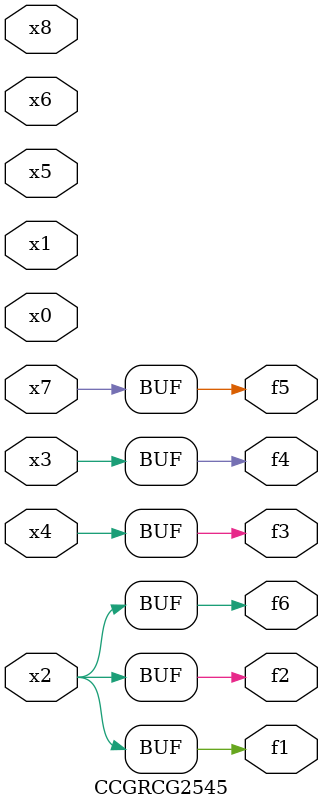
<source format=v>
module CCGRCG2545(
	input x0, x1, x2, x3, x4, x5, x6, x7, x8,
	output f1, f2, f3, f4, f5, f6
);
	assign f1 = x2;
	assign f2 = x2;
	assign f3 = x4;
	assign f4 = x3;
	assign f5 = x7;
	assign f6 = x2;
endmodule

</source>
